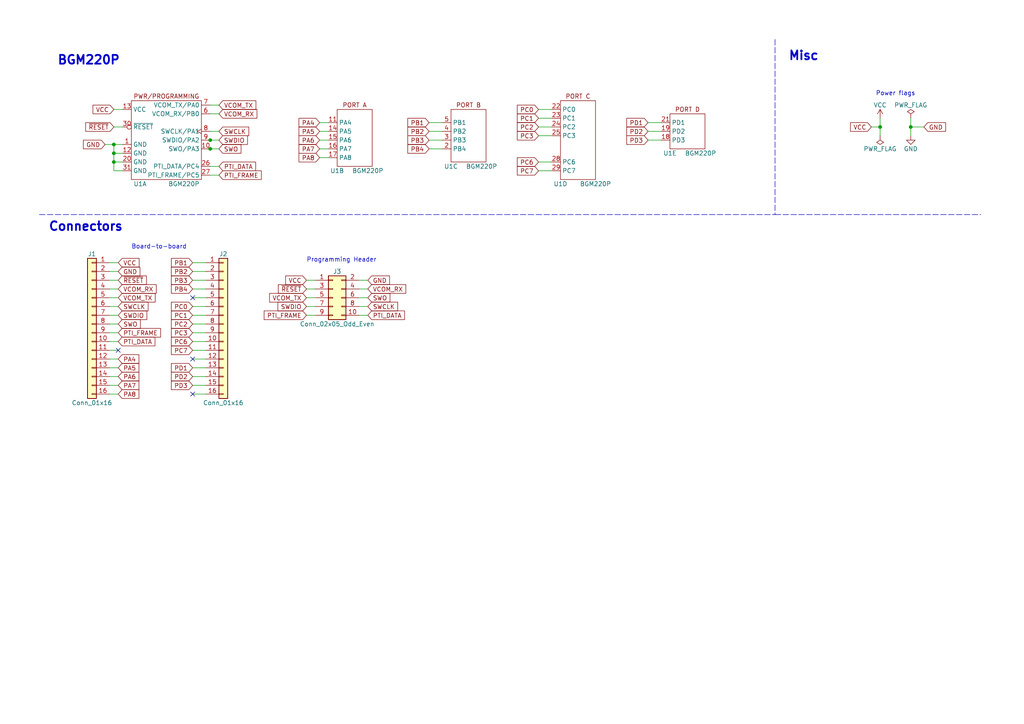
<source format=kicad_sch>
(kicad_sch (version 20211123) (generator eeschema)
  (paper "A4")
  (title_block (title "BGM220P Breakout Board") (date "2023-01-05") (rev "v1.0.0"))
  (lib_symbols
    (symbol "BGM220P_Breakout:BGM220P"
      (property "Reference" "U" (at -7.62 -12.7 0))
      (property "Value" "BGM220P" (at 5.08 -12.7 0))
      (symbol "BGM220P_1_0"
        (text "PWR/PROGRAMMING" (at 0 12.7 0) (effects (font (size 1.27 1.27))))
      )
      (symbol "BGM220P_1_1"
        (rectangle (start -10.16 11.43) (end 10.16 -11.43))
        (pin power_in line (at -12.7 -1.27 0) (length 2.54) (name "GND") (number "1"))
        (pin output line (at 12.7 -2.54 180) (length 2.54) (name "SWO/PA3") (number "10"))
        (pin power_in line (at -12.7 -3.81 0) (length 2.54) (name "GND") (number "12"))
        (pin power_in line (at -12.7 8.89 0) (length 2.54) (name "VCC") (number "13"))
        (pin power_in line (at -12.7 -6.35 0) (length 2.54) (name "GND") (number "20"))
        (pin bidirectional line (at 12.7 -7.62 180) (length 2.54) (name "PTI_DATA/PC4") (number "26"))
        (pin bidirectional line (at 12.7 -10.16 180) (length 2.54) (name "PTI_FRAME/PC5") (number "27"))
        (pin input inverted (at -12.7 3.81 0) (length 2.54) (name "~{RESET}") (number "30"))
        (pin power_in line (at -12.7 -8.89 0) (length 2.54) (name "GND") (number "31"))
        (pin bidirectional line (at 12.7 7.62 180) (length 2.54) (name "VCOM_RX/PB0") (number "6"))
        (pin bidirectional line (at 12.7 10.16 180) (length 2.54) (name "VCOM_TX/PA0") (number "7"))
        (pin input clock (at 12.7 2.54 180) (length 2.54) (name "SWCLK/PA1") (number "8"))
        (pin bidirectional line (at 12.7 0 180) (length 2.54) (name "SWDIO/PA2") (number "9"))
      )
      (symbol "BGM220P_2_0"
        (text "PORT A" (at 0 10.16 0) (effects (font (size 1.27 1.27))))
      )
      (symbol "BGM220P_2_1"
        (rectangle (start -5.08 8.89) (end 5.08 -7.62))
        (pin bidirectional line (at -7.62 5.08 0) (length 2.54) (name "PA4") (number "11"))
        (pin bidirectional line (at -7.62 2.54 0) (length 2.54) (name "PA5") (number "14"))
        (pin bidirectional line (at -7.62 0 0) (length 2.54) (name "PA6") (number "15"))
        (pin bidirectional line (at -7.62 -2.54 0) (length 2.54) (name "PA7") (number "16"))
        (pin bidirectional line (at -7.62 -5.08 0) (length 2.54) (name "PA8") (number "17"))
      )
      (symbol "BGM220P_3_0"
        (text "PORT B" (at 0 8.89 0) (effects (font (size 1.27 1.27))))
      )
      (symbol "BGM220P_3_1"
        (rectangle (start -5.08 7.62) (end 5.08 -7.62))
        (pin bidirectional line (at -7.62 -3.81 0) (length 2.54) (name "PB4") (number "2"))
        (pin bidirectional line (at -7.62 -1.27 0) (length 2.54) (name "PB3") (number "3"))
        (pin bidirectional line (at -7.62 1.27 0) (length 2.54) (name "PB2") (number "4"))
        (pin bidirectional line (at -7.62 3.81 0) (length 2.54) (name "PB1") (number "5"))
      )
      (symbol "BGM220P_4_0"
        (text "PORT C" (at 0 12.7 0) (effects (font (size 1.27 1.27))))
      )
      (symbol "BGM220P_4_1"
        (rectangle (start -5.08 11.43) (end 5.08 -11.43))
        (pin bidirectional line (at -7.62 8.89 0) (length 2.54) (name "PC0") (number "22"))
        (pin bidirectional line (at -7.62 6.35 0) (length 2.54) (name "PC1") (number "23"))
        (pin bidirectional line (at -7.62 3.81 0) (length 2.54) (name "PC2") (number "24"))
        (pin bidirectional line (at -7.62 1.27 0) (length 2.54) (name "PC3") (number "25"))
        (pin bidirectional line (at -7.62 -6.35 0) (length 2.54) (name "PC6") (number "28"))
        (pin bidirectional line (at -7.62 -8.89 0) (length 2.54) (name "PC7") (number "29"))
      )
      (symbol "BGM220P_5_0"
        (text "PORT D" (at 0 6.35 0) (effects (font (size 1.27 1.27))))
      )
      (symbol "BGM220P_5_1"
        (rectangle (start -5.08 5.08) (end 5.08 -5.08))
        (pin bidirectional line (at -7.62 -2.54 0) (length 2.54) (name "PD3") (number "18"))
        (pin bidirectional line (at -7.62 0 0) (length 2.54) (name "PD2") (number "19"))
        (pin bidirectional line (at -7.62 2.54 0) (length 2.54) (name "PD1") (number "21"))
      )
    )
    (symbol "Connector_Generic:Conn_01x16" (pin_names (offset 1.016) hide)
      (property "Reference" "J" (at 0 20.32 0))
      (property "Value" "Conn_01x16" (at 0 -22.86 0))
      (symbol "Conn_01x16_1_1"
        (rectangle (start -1.27 -20.193) (end 0 -20.447) (stroke (width 0.1524)))
        (rectangle (start -1.27 -17.653) (end 0 -17.907) (stroke (width 0.1524)))
        (rectangle (start -1.27 -15.113) (end 0 -15.367) (stroke (width 0.1524)))
        (rectangle (start -1.27 -12.573) (end 0 -12.827) (stroke (width 0.1524)))
        (rectangle (start -1.27 -10.033) (end 0 -10.287) (stroke (width 0.1524)))
        (rectangle (start -1.27 -7.493) (end 0 -7.747) (stroke (width 0.1524)))
        (rectangle (start -1.27 -4.953) (end 0 -5.207) (stroke (width 0.1524)))
        (rectangle (start -1.27 -2.413) (end 0 -2.667) (stroke (width 0.1524)))
        (rectangle (start -1.27 0.127) (end 0 -0.127) (stroke (width 0.1524)))
        (rectangle (start -1.27 2.667) (end 0 2.413) (stroke (width 0.1524)))
        (rectangle (start -1.27 5.207) (end 0 4.953) (stroke (width 0.1524)))
        (rectangle (start -1.27 7.747) (end 0 7.493) (stroke (width 0.1524)))
        (rectangle (start -1.27 10.287) (end 0 10.033) (stroke (width 0.1524)))
        (rectangle (start -1.27 12.827) (end 0 12.573) (stroke (width 0.1524)))
        (rectangle (start -1.27 15.367) (end 0 15.113) (stroke (width 0.1524)))
        (rectangle (start -1.27 17.907) (end 0 17.653) (stroke (width 0.1524)))
        (rectangle (start -1.27 19.05) (end 1.27 -21.59) (stroke (width 0.254)) (fill (type background)))
        (pin passive line (at -5.08 17.78 0) (length 3.81) (name "Pin_1") (number "1"))
        (pin passive line (at -5.08 -5.08 0) (length 3.81) (name "Pin_10") (number "10"))
        (pin passive line (at -5.08 -7.62 0) (length 3.81) (name "Pin_11") (number "11"))
        (pin passive line (at -5.08 -10.16 0) (length 3.81) (name "Pin_12") (number "12"))
        (pin passive line (at -5.08 -12.7 0) (length 3.81) (name "Pin_13") (number "13"))
        (pin passive line (at -5.08 -15.24 0) (length 3.81) (name "Pin_14") (number "14"))
        (pin passive line (at -5.08 -17.78 0) (length 3.81) (name "Pin_15") (number "15"))
        (pin passive line (at -5.08 -20.32 0) (length 3.81) (name "Pin_16") (number "16"))
        (pin passive line (at -5.08 15.24 0) (length 3.81) (name "Pin_2") (number "2"))
        (pin passive line (at -5.08 12.7 0) (length 3.81) (name "Pin_3") (number "3"))
        (pin passive line (at -5.08 10.16 0) (length 3.81) (name "Pin_4") (number "4"))
        (pin passive line (at -5.08 7.62 0) (length 3.81) (name "Pin_5") (number "5"))
        (pin passive line (at -5.08 5.08 0) (length 3.81) (name "Pin_6") (number "6"))
        (pin passive line (at -5.08 2.54 0) (length 3.81) (name "Pin_7") (number "7"))
        (pin passive line (at -5.08 0 0) (length 3.81) (name "Pin_8") (number "8"))
        (pin passive line (at -5.08 -2.54 0) (length 3.81) (name "Pin_9") (number "9"))
      )
    )
    (symbol "Connector_Generic:Conn_02x05_Odd_Even" (pin_names (offset 1.016) hide)
      (property "Reference" "J" (at 1.27 7.62 0))
      (property "Value" "Conn_02x05_Odd_Even" (at 1.27 -7.62 0))
      (symbol "Conn_02x05_Odd_Even_1_1"
        (rectangle (start -1.27 -4.953) (end 0 -5.207) (stroke (width 0.1524)))
        (rectangle (start -1.27 -2.413) (end 0 -2.667) (stroke (width 0.1524)))
        (rectangle (start -1.27 0.127) (end 0 -0.127) (stroke (width 0.1524)))
        (rectangle (start -1.27 2.667) (end 0 2.413) (stroke (width 0.1524)))
        (rectangle (start -1.27 5.207) (end 0 4.953) (stroke (width 0.1524)))
        (rectangle (start -1.27 6.35) (end 3.81 -6.35) (stroke (width 0.254)) (fill (type background)))
        (rectangle (start 3.81 -4.953) (end 2.54 -5.207) (stroke (width 0.1524)))
        (rectangle (start 3.81 -2.413) (end 2.54 -2.667) (stroke (width 0.1524)))
        (rectangle (start 3.81 0.127) (end 2.54 -0.127) (stroke (width 0.1524)))
        (rectangle (start 3.81 2.667) (end 2.54 2.413) (stroke (width 0.1524)))
        (rectangle (start 3.81 5.207) (end 2.54 4.953) (stroke (width 0.1524)))
        (pin passive line (at -5.08 5.08 0) (length 3.81) (name "Pin_1") (number "1"))
        (pin passive line (at 7.62 -5.08 180) (length 3.81) (name "Pin_10") (number "10"))
        (pin passive line (at 7.62 5.08 180) (length 3.81) (name "Pin_2") (number "2"))
        (pin passive line (at -5.08 2.54 0) (length 3.81) (name "Pin_3") (number "3"))
        (pin passive line (at 7.62 2.54 180) (length 3.81) (name "Pin_4") (number "4"))
        (pin passive line (at -5.08 0 0) (length 3.81) (name "Pin_5") (number "5"))
        (pin passive line (at 7.62 0 180) (length 3.81) (name "Pin_6") (number "6"))
        (pin passive line (at -5.08 -2.54 0) (length 3.81) (name "Pin_7") (number "7"))
        (pin passive line (at 7.62 -2.54 180) (length 3.81) (name "Pin_8") (number "8"))
        (pin passive line (at -5.08 -5.08 0) (length 3.81) (name "Pin_9") (number "9"))
      )
    )
    (symbol "power:GND" (power) (pin_names (offset 0))
      (property "Value" "GND" (at 0 -3.81 0))
      (symbol "GND_0_1"
        (polyline (pts (xy 0 0) (xy 0 -1.27) (xy 1.27 -1.27) (xy 0 -2.54) (xy -1.27 -1.27) (xy 0 -1.27)))
      )
      (symbol "GND_1_1"
        (pin power_in line (at 0 0 270) (length 0) hide (name "GND") (number "1"))
      )
    )
    (symbol "power:PWR_FLAG" (power) (pin_numbers hide) (pin_names (offset 0) hide)
      (property "Value" "PWR_FLAG" (at 0 3.81 0))
      (symbol "PWR_FLAG_0_0"
        (pin power_out line (at 0 0 90) (length 0) (name "pwr") (number "1"))
      )
      (symbol "PWR_FLAG_0_1"
        (polyline (pts (xy 0 0) (xy 0 1.27) (xy -1.016 1.905) (xy 0 2.54) (xy 1.016 1.905) (xy 0 1.27)))
      )
    )
    (symbol "power:VCC" (power) (pin_names (offset 0))
      (property "Value" "VCC" (at 0 3.81 0))
      (symbol "VCC_0_1"
        (polyline (pts (xy -0.762 1.27) (xy 0 2.54)))
        (polyline (pts (xy 0 0) (xy 0 2.54)))
        (polyline (pts (xy 0 2.54) (xy 0.762 1.27)))
      )
      (symbol "VCC_1_1"
        (pin power_in line (at 0 0 90) (length 0) hide (name "VCC") (number "1"))
      )
    )
  )
  (junction (at 60.96 43.18))
  (junction (at 255.27 36.83))
  (junction (at 60.96 40.64))
  (junction (at 33.02 46.99))
  (junction (at 33.02 44.45))
  (junction (at 33.02 41.91))
  (junction (at 264.16 36.83))
  (no_connect (at 34.29 101.6))
  (no_connect (at 55.88 104.14))
  (no_connect (at 55.88 114.3))
  (no_connect (at 55.88 86.36))
  (wire (pts (xy 92.71 40.64) (xy 95.25 40.64)))
  (wire (pts (xy 60.96 40.64) (xy 63.4805 40.64)))
  (wire (pts (xy 34.29 111.76) (xy 31.75 111.76)))
  (wire (pts (xy 160.02 36.83) (xy 156.21 36.83)))
  (wire (pts (xy 128.27 43.18) (xy 124.46 43.18)))
  (wire (pts (xy 59.69 93.98) (xy 55.88 93.98)))
  (wire (pts (xy 106.68 81.28) (xy 104.14 81.28)))
  (wire (pts (xy 33.02 36.83) (xy 35.56 36.83)))
  (wire (pts (xy 59.69 86.36) (xy 55.88 86.36)))
  (wire (pts (xy 92.71 43.18) (xy 95.25 43.18)))
  (wire (pts (xy 60.9405 40.64) (xy 60.96 40.64)))
  (wire (pts (xy 191.77 40.64) (xy 187.96 40.64)))
  (wire (pts (xy 34.29 99.06) (xy 31.75 99.06)))
  (wire (pts (xy 31.75 104.14) (xy 34.29 104.14)))
  (wire (pts (xy 63.5 48.26) (xy 60.96 48.26)))
  (wire (pts (xy 33.02 46.99) (xy 33.02 44.45)))
  (wire (pts (xy 160.02 31.75) (xy 156.21 31.75)))
  (wire (pts (xy 34.29 76.2) (xy 31.75 76.2)))
  (wire (pts (xy 106.68 83.82) (xy 104.14 83.82)))
  (wire (pts (xy 34.29 91.44) (xy 31.75 91.44)))
  (wire (pts (xy 252.73 36.83) (xy 255.27 36.83)))
  (wire (pts (xy 92.71 38.1) (xy 95.25 38.1)))
  (polyline (pts (xy 224.79 62.23) (xy 284.48 62.23)))
  (wire (pts (xy 59.69 88.9) (xy 55.88 88.9)))
  (wire (pts (xy 88.9 81.28) (xy 91.44 81.28)))
  (wire (pts (xy 255.27 36.83) (xy 255.27 39.37)))
  (wire (pts (xy 88.9 86.36) (xy 91.44 86.36)))
  (wire (pts (xy 60.96 43.18) (xy 63.4805 43.18)))
  (wire (pts (xy 59.69 101.6) (xy 55.88 101.6)))
  (polyline (pts (xy 11.43 62.23) (xy 224.79 62.23)))
  (wire (pts (xy 128.27 38.1) (xy 124.46 38.1)))
  (wire (pts (xy 92.71 35.56) (xy 95.25 35.56)))
  (wire (pts (xy 31.75 114.3) (xy 34.29 114.3)))
  (wire (pts (xy 106.68 86.36) (xy 104.14 86.36)))
  (wire (pts (xy 34.29 83.82) (xy 31.75 83.82)))
  (wire (pts (xy 106.68 91.44) (xy 104.14 91.44)))
  (wire (pts (xy 59.69 106.68) (xy 55.88 106.68)))
  (wire (pts (xy 34.29 78.74) (xy 31.75 78.74)))
  (wire (pts (xy 34.29 88.9) (xy 31.75 88.9)))
  (wire (pts (xy 34.29 106.68) (xy 31.75 106.68)))
  (wire (pts (xy 34.29 93.98) (xy 31.75 93.98)))
  (wire (pts (xy 59.69 81.28) (xy 55.88 81.28)))
  (wire (pts (xy 128.27 35.56) (xy 124.46 35.56)))
  (wire (pts (xy 31.75 109.22) (xy 34.29 109.22)))
  (wire (pts (xy 33.02 49.53) (xy 33.02 46.99)))
  (wire (pts (xy 59.69 78.74) (xy 55.88 78.74)))
  (wire (pts (xy 33.02 44.45) (xy 35.56 44.45)))
  (wire (pts (xy 59.69 83.82) (xy 55.88 83.82)))
  (wire (pts (xy 264.16 36.83) (xy 267.97 36.83)))
  (wire (pts (xy 59.69 99.06) (xy 55.88 99.06)))
  (wire (pts (xy 59.69 111.76) (xy 55.88 111.76)))
  (polyline (pts (xy 224.79 11.43) (xy 224.79 62.23)))
  (wire (pts (xy 60.9405 43.18) (xy 60.96 43.18)))
  (wire (pts (xy 160.02 39.37) (xy 156.21 39.37)))
  (wire (pts (xy 160.02 34.29) (xy 156.21 34.29)))
  (wire (pts (xy 191.77 38.1) (xy 187.96 38.1)))
  (wire (pts (xy 59.69 114.3) (xy 55.88 114.3)))
  (wire (pts (xy 264.16 36.83) (xy 264.16 39.37)))
  (wire (pts (xy 63.5 50.8) (xy 60.96 50.8)))
  (wire (pts (xy 30.48 41.91) (xy 33.02 41.91)))
  (wire (pts (xy 33.02 31.75) (xy 35.56 31.75)))
  (wire (pts (xy 160.02 46.99) (xy 156.21 46.99)))
  (wire (pts (xy 88.9 88.9) (xy 91.44 88.9)))
  (wire (pts (xy 35.56 49.53) (xy 33.02 49.53)))
  (wire (pts (xy 59.69 109.22) (xy 55.88 109.22)))
  (wire (pts (xy 34.29 86.36) (xy 31.75 86.36)))
  (wire (pts (xy 33.02 44.45) (xy 33.02 41.91)))
  (wire (pts (xy 63.5 33.02) (xy 60.96 33.02)))
  (wire (pts (xy 63.5 38.1) (xy 60.96 38.1)))
  (wire (pts (xy 59.69 91.44) (xy 55.88 91.44)))
  (wire (pts (xy 63.5 30.48) (xy 60.96 30.48)))
  (wire (pts (xy 33.02 46.99) (xy 35.56 46.99)))
  (wire (pts (xy 106.68 88.9) (xy 104.14 88.9)))
  (wire (pts (xy 59.69 76.2) (xy 55.88 76.2)))
  (wire (pts (xy 160.02 49.53) (xy 156.21 49.53)))
  (wire (pts (xy 34.29 96.52) (xy 31.75 96.52)))
  (wire (pts (xy 88.9 91.44) (xy 91.44 91.44)))
  (wire (pts (xy 34.29 81.28) (xy 31.75 81.28)))
  (wire (pts (xy 191.77 35.56) (xy 187.96 35.56)))
  (wire (pts (xy 34.29 101.6) (xy 31.75 101.6)))
  (wire (pts (xy 264.16 34.29) (xy 264.16 36.83)))
  (wire (pts (xy 33.02 41.91) (xy 35.56 41.91)))
  (wire (pts (xy 128.27 40.64) (xy 124.46 40.64)))
  (wire (pts (xy 255.27 34.29) (xy 255.27 36.83)))
  (wire (pts (xy 59.69 104.14) (xy 55.88 104.14)))
  (wire (pts (xy 88.9 83.82) (xy 91.44 83.82)))
  (wire (pts (xy 59.69 96.52) (xy 55.88 96.52)))
  (wire (pts (xy 92.71 45.72) (xy 95.25 45.72)))
  (text "Connectors" (at 13.97 67.31 0) (effects (font (size 2.54 2.54) (thickness 0.508) bold) (justify left bottom)))
  (text "Programming Header" (at 88.9 76.2 0) (effects (font (size 1.27 1.27)) (justify left bottom)))
  (text "Power flags" (at 254 27.94 0) (effects (font (size 1.27 1.27)) (justify left bottom)))
  (text "Misc" (at 228.6 17.78 0) (effects (font (size 2.54 2.54) (thickness 0.508) bold) (justify left bottom)))
  (text "Board-to-board" (at 38.1 72.39 0) (effects (font (size 1.27 1.27)) (justify left bottom)))
  (text "BGM220P" (at 16.51 19.05 0) (effects (font (size 2.54 2.54) (thickness 0.508) bold) (justify left bottom)))
  (global_label "PTI_FRAME" (shape input) (at 88.9 91.44 180) (property "Intersheet References" "${INTERSHEET_REFS}" (effects hide)))
  (global_label "VCC" (shape input) (at 252.73 36.83 180) (property "Intersheet References" "${INTERSHEET_REFS}" (effects hide)))
  (global_label "PB4" (shape input) (at 55.88 83.82 180) (property "Intersheet References" "${INTERSHEET_REFS}" (effects hide)))
  (global_label "PTI_FRAME" (shape input) (at 34.29 96.52 0) (property "Intersheet References" "${INTERSHEET_REFS}" (effects hide)))
  (global_label "PA6" (shape input) (at 34.29 109.22 0) (property "Intersheet References" "${INTERSHEET_REFS}" (effects hide)))
  (global_label "PA4" (shape input) (at 92.71 35.56 180) (property "Intersheet References" "${INTERSHEET_REFS}" (effects hide)))
  (global_label "VCOM_RX" (shape input) (at 106.68 83.82 0) (property "Intersheet References" "${INTERSHEET_REFS}" (effects hide)))
  (global_label "PD2" (shape input) (at 55.88 109.22 180) (property "Intersheet References" "${INTERSHEET_REFS}" (effects hide)))
  (global_label "SWO" (shape input) (at 34.29 93.98 0) (property "Intersheet References" "${INTERSHEET_REFS}" (effects hide)))
  (global_label "PC2" (shape input) (at 156.21 36.83 180) (property "Intersheet References" "${INTERSHEET_REFS}" (effects hide)))
  (global_label "PA5" (shape input) (at 92.71 38.1 180) (property "Intersheet References" "${INTERSHEET_REFS}" (effects hide)))
  (global_label "~{RESET}" (shape input) (at 33.02 36.83 180) (property "Intersheet References" "${INTERSHEET_REFS}" (effects hide)))
  (global_label "PD1" (shape input) (at 55.88 106.68 180) (property "Intersheet References" "${INTERSHEET_REFS}" (effects hide)))
  (global_label "PA8" (shape input) (at 34.29 114.3 0) (property "Intersheet References" "${INTERSHEET_REFS}" (effects hide)))
  (global_label "PA6" (shape input) (at 92.71 40.64 180) (property "Intersheet References" "${INTERSHEET_REFS}" (effects hide)))
  (global_label "SWCLK" (shape input) (at 106.68 88.9 0) (property "Intersheet References" "${INTERSHEET_REFS}" (effects hide)))
  (global_label "PD2" (shape input) (at 187.96 38.1 180) (property "Intersheet References" "${INTERSHEET_REFS}" (effects hide)))
  (global_label "PD3" (shape input) (at 55.88 111.76 180) (property "Intersheet References" "${INTERSHEET_REFS}" (effects hide)))
  (global_label "GND" (shape input) (at 106.68 81.28 0) (property "Intersheet References" "${INTERSHEET_REFS}" (effects hide)))
  (global_label "VCC" (shape input) (at 34.29 76.2 0) (property "Intersheet References" "${INTERSHEET_REFS}" (effects hide)))
  (global_label "~{RESET}" (shape input) (at 34.29 81.28 0) (property "Intersheet References" "${INTERSHEET_REFS}" (effects hide)))
  (global_label "PA7" (shape input) (at 34.29 111.76 0) (property "Intersheet References" "${INTERSHEET_REFS}" (effects hide)))
  (global_label "VCOM_RX" (shape input) (at 63.5 33.02 0) (property "Intersheet References" "${INTERSHEET_REFS}" (effects hide)))
  (global_label "GND" (shape input) (at 34.29 78.74 0) (property "Intersheet References" "${INTERSHEET_REFS}" (effects hide)))
  (global_label "PB2" (shape input) (at 124.46 38.1 180) (property "Intersheet References" "${INTERSHEET_REFS}" (effects hide)))
  (global_label "SWDIO" (shape input) (at 88.9 88.9 180) (property "Intersheet References" "${INTERSHEET_REFS}" (effects hide)))
  (global_label "PTI_DATA" (shape input) (at 34.29 99.06 0) (property "Intersheet References" "${INTERSHEET_REFS}" (effects hide)))
  (global_label "PC0" (shape input) (at 55.88 88.9 180) (property "Intersheet References" "${INTERSHEET_REFS}" (effects hide)))
  (global_label "PB3" (shape input) (at 55.88 81.28 180) (property "Intersheet References" "${INTERSHEET_REFS}" (effects hide)))
  (global_label "PTI_DATA" (shape input) (at 106.68 91.44 0) (property "Intersheet References" "${INTERSHEET_REFS}" (effects hide)))
  (global_label "PB3" (shape input) (at 124.46 40.64 180) (property "Intersheet References" "${INTERSHEET_REFS}" (effects hide)))
  (global_label "PC1" (shape input) (at 55.88 91.44 180) (property "Intersheet References" "${INTERSHEET_REFS}" (effects hide)))
  (global_label "PB2" (shape input) (at 55.88 78.74 180) (property "Intersheet References" "${INTERSHEET_REFS}" (effects hide)))
  (global_label "PC6" (shape input) (at 55.88 99.06 180) (property "Intersheet References" "${INTERSHEET_REFS}" (effects hide)))
  (global_label "VCOM_TX" (shape input) (at 88.9 86.36 180) (property "Intersheet References" "${INTERSHEET_REFS}" (effects hide)))
  (global_label "PC3" (shape input) (at 55.88 96.52 180) (property "Intersheet References" "${INTERSHEET_REFS}" (effects hide)))
  (global_label "PA7" (shape input) (at 92.71 43.18 180) (property "Intersheet References" "${INTERSHEET_REFS}" (effects hide)))
  (global_label "~{RESET}" (shape input) (at 88.9 83.82 180) (property "Intersheet References" "${INTERSHEET_REFS}" (effects hide)))
  (global_label "VCC" (shape input) (at 33.02 31.75 180) (property "Intersheet References" "${INTERSHEET_REFS}" (effects hide)))
  (global_label "PB1" (shape input) (at 55.88 76.2 180) (property "Intersheet References" "${INTERSHEET_REFS}" (effects hide)))
  (global_label "SWDIO" (shape input) (at 63.4805 40.64 0) (property "Intersheet References" "${INTERSHEET_REFS}" (effects hide)))
  (global_label "PC3" (shape input) (at 156.21 39.37 180) (property "Intersheet References" "${INTERSHEET_REFS}" (effects hide)))
  (global_label "GND" (shape input) (at 267.97 36.83 0) (property "Intersheet References" "${INTERSHEET_REFS}" (effects hide)))
  (global_label "PC2" (shape input) (at 55.88 93.98 180) (property "Intersheet References" "${INTERSHEET_REFS}" (effects hide)))
  (global_label "GND" (shape input) (at 30.48 41.91 180) (property "Intersheet References" "${INTERSHEET_REFS}" (effects hide)))
  (global_label "SWCLK" (shape input) (at 34.29 88.9 0) (property "Intersheet References" "${INTERSHEET_REFS}" (effects hide)))
  (global_label "PC7" (shape input) (at 55.88 101.6 180) (property "Intersheet References" "${INTERSHEET_REFS}" (effects hide)))
  (global_label "VCOM_TX" (shape input) (at 63.5 30.48 0) (property "Intersheet References" "${INTERSHEET_REFS}" (effects hide)))
  (global_label "SWCLK" (shape input) (at 63.5 38.1 0) (property "Intersheet References" "${INTERSHEET_REFS}" (effects hide)))
  (global_label "SWDIO" (shape input) (at 34.29 91.44 0) (property "Intersheet References" "${INTERSHEET_REFS}" (effects hide)))
  (global_label "PA5" (shape input) (at 34.29 106.68 0) (property "Intersheet References" "${INTERSHEET_REFS}" (effects hide)))
  (global_label "VCC" (shape input) (at 88.9 81.28 180) (property "Intersheet References" "${INTERSHEET_REFS}" (effects hide)))
  (global_label "PA8" (shape input) (at 92.71 45.72 180) (property "Intersheet References" "${INTERSHEET_REFS}" (effects hide)))
  (global_label "PTI_FRAME" (shape input) (at 63.5 50.8 0) (property "Intersheet References" "${INTERSHEET_REFS}" (effects hide)))
  (global_label "PC0" (shape input) (at 156.21 31.75 180) (property "Intersheet References" "${INTERSHEET_REFS}" (effects hide)))
  (global_label "SWO" (shape input) (at 63.4805 43.18 0) (property "Intersheet References" "${INTERSHEET_REFS}" (effects hide)))
  (global_label "PC6" (shape input) (at 156.21 46.99 180) (property "Intersheet References" "${INTERSHEET_REFS}" (effects hide)))
  (global_label "PA4" (shape input) (at 34.29 104.14 0) (property "Intersheet References" "${INTERSHEET_REFS}" (effects hide)))
  (global_label "PC1" (shape input) (at 156.21 34.29 180) (property "Intersheet References" "${INTERSHEET_REFS}" (effects hide)))
  (global_label "PD1" (shape input) (at 187.96 35.56 180) (property "Intersheet References" "${INTERSHEET_REFS}" (effects hide)))
  (global_label "PD3" (shape input) (at 187.96 40.64 180) (property "Intersheet References" "${INTERSHEET_REFS}" (effects hide)))
  (global_label "SWO" (shape input) (at 106.68 86.36 0) (property "Intersheet References" "${INTERSHEET_REFS}" (effects hide)))
  (global_label "PC7" (shape input) (at 156.21 49.53 180) (property "Intersheet References" "${INTERSHEET_REFS}" (effects hide)))
  (global_label "PB1" (shape input) (at 124.46 35.56 180) (property "Intersheet References" "${INTERSHEET_REFS}" (effects hide)))
  (global_label "PTI_DATA" (shape input) (at 63.5 48.26 0) (property "Intersheet References" "${INTERSHEET_REFS}" (effects hide)))
  (global_label "VCOM_RX" (shape input) (at 34.29 83.82 0) (property "Intersheet References" "${INTERSHEET_REFS}" (effects hide)))
  (global_label "VCOM_TX" (shape input) (at 34.29 86.36 0) (property "Intersheet References" "${INTERSHEET_REFS}" (effects hide)))
  (global_label "PB4" (shape input) (at 124.46 43.18 180) (property "Intersheet References" "${INTERSHEET_REFS}" (effects hide)))
  (symbol (lib_id "Connector_Generic:Conn_01x16") (at 26.67 93.98 0) (mirror y) (unit 1)
    (property "Reference" "J1" (at 26.67 73.66 0))
    (property "Value" "Conn_01x16" (at 26.67 116.84 0))
    (property "Footprint" "BGM220P_Breakout:PinHeader_1x16_P1.27mm_Vertical_Offset" (effects hide))
  )
  (symbol (lib_id "BGM220P_Breakout:BGM220P") (at 102.87 40.64 0) (unit 2)
    (property "Reference" "U1" (at 97.79 49.53 0))
    (property "Value" "BGM220P" (at 106.68 49.53 0))
    (property "Footprint" "BGM220P_Breakout:BGM220P" (effects hide))
  )
  (symbol (lib_id "power:PWR_FLAG") (at 255.27 39.37 180) (unit 1)
    (property "Reference" "#FLG01" (effects hide))
    (property "Value" "PWR_FLAG" (at 255.27 43.18 0))
  )
  (symbol (lib_id "BGM220P_Breakout:BGM220P") (at 167.64 40.64 0) (unit 4)
    (property "Reference" "U1" (at 162.56 53.34 0))
    (property "Value" "BGM220P" (at 172.72 53.34 0))
    (property "Footprint" "BGM220P_Breakout:BGM220P" (effects hide))
  )
  (symbol (lib_id "BGM220P_Breakout:BGM220P") (at 199.39 38.1 0) (unit 5)
    (property "Reference" "U1" (at 194.31 44.45 0))
    (property "Value" "BGM220P" (at 203.2 44.45 0))
    (property "Footprint" "BGM220P_Breakout:BGM220P" (effects hide))
  )
  (symbol (lib_id "power:VCC") (at 255.27 34.29 0) (unit 1)
    (property "Reference" "#PWR01" (effects hide))
    (property "Value" "VCC" (at 255.27 30.48 0))
  )
  (symbol (lib_id "BGM220P_Breakout:BGM220P") (at 48.26 40.64 0) (unit 1)
    (property "Reference" "U1" (at 40.64 53.34 0))
    (property "Value" "BGM220P" (at 53.34 53.34 0))
    (property "Footprint" "BGM220P_Breakout:BGM220P" (effects hide))
  )
  (symbol (lib_id "power:GND") (at 264.16 39.37 0) (unit 1)
    (property "Reference" "#PWR02" (effects hide))
    (property "Value" "GND" (at 264.16 43.18 0))
  )
  (symbol (lib_id "BGM220P_Breakout:BGM220P") (at 135.89 39.37 0) (unit 3)
    (property "Reference" "U1" (at 130.81 48.26 0))
    (property "Value" "BGM220P" (at 139.7 48.26 0))
    (property "Footprint" "BGM220P_Breakout:BGM220P" (effects hide))
  )
  (symbol (lib_id "Connector_Generic:Conn_01x16") (at 64.77 93.98 0) (unit 1)
    (property "Reference" "J2" (at 64.77 73.66 0))
    (property "Value" "Conn_01x16" (at 64.77 116.84 0))
    (property "Footprint" "BGM220P_Breakout:PinHeader_1x16_P1.27mm_Vertical_Offset" (effects hide))
  )
  (symbol (lib_id "Connector_Generic:Conn_02x05_Odd_Even") (at 96.52 86.36 0) (unit 1)
    (property "Reference" "J3" (at 97.79 78.74 0))
    (property "Value" "Conn_02x05_Odd_Even" (at 97.79 93.98 0))
    (property "Footprint" "BGM220P_Breakout:PinHeader_2x05_P1.27mm_Vertical_SMD" (effects hide))
  )
  (symbol (lib_id "power:PWR_FLAG") (at 264.16 34.29 0) (unit 1)
    (property "Reference" "#FLG02" (effects hide))
    (property "Value" "PWR_FLAG" (at 264.16 30.48 0))
  )
)
</source>
